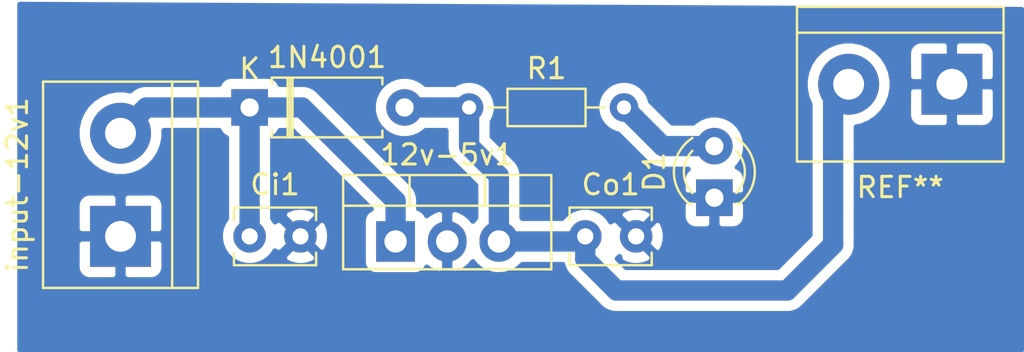
<source format=kicad_pcb>
(kicad_pcb (version 20171130) (host pcbnew "(5.1.5)-3")

  (general
    (thickness 1.6)
    (drawings 0)
    (tracks 22)
    (zones 0)
    (modules 8)
    (nets 5)
  )

  (page A4)
  (layers
    (0 F.Cu signal)
    (31 B.Cu signal)
    (32 B.Adhes user)
    (33 F.Adhes user)
    (34 B.Paste user)
    (35 F.Paste user)
    (36 B.SilkS user)
    (37 F.SilkS user)
    (38 B.Mask user)
    (39 F.Mask user)
    (40 Dwgs.User user)
    (41 Cmts.User user)
    (42 Eco1.User user)
    (43 Eco2.User user)
    (44 Edge.Cuts user)
    (45 Margin user)
    (46 B.CrtYd user)
    (47 F.CrtYd user)
    (48 B.Fab user)
    (49 F.Fab user)
  )

  (setup
    (last_trace_width 0.25)
    (user_trace_width 1)
    (trace_clearance 0.2)
    (zone_clearance 0.508)
    (zone_45_only no)
    (trace_min 0.2)
    (via_size 0.8)
    (via_drill 0.4)
    (via_min_size 0.4)
    (via_min_drill 0.3)
    (uvia_size 0.3)
    (uvia_drill 0.1)
    (uvias_allowed no)
    (uvia_min_size 0.2)
    (uvia_min_drill 0.1)
    (edge_width 0.05)
    (segment_width 0.2)
    (pcb_text_width 0.3)
    (pcb_text_size 1.5 1.5)
    (mod_edge_width 0.12)
    (mod_text_size 1 1)
    (mod_text_width 0.15)
    (pad_size 1.6 1.6)
    (pad_drill 0.92)
    (pad_to_mask_clearance 0.051)
    (solder_mask_min_width 0.25)
    (aux_axis_origin 0 0)
    (visible_elements 7FFFFFFF)
    (pcbplotparams
      (layerselection 0x010fc_ffffffff)
      (usegerberextensions false)
      (usegerberattributes false)
      (usegerberadvancedattributes false)
      (creategerberjobfile false)
      (excludeedgelayer true)
      (linewidth 0.100000)
      (plotframeref false)
      (viasonmask false)
      (mode 1)
      (useauxorigin false)
      (hpglpennumber 1)
      (hpglpenspeed 20)
      (hpglpendiameter 15.000000)
      (psnegative false)
      (psa4output false)
      (plotreference true)
      (plotvalue true)
      (plotinvisibletext false)
      (padsonsilk false)
      (subtractmaskfromsilk false)
      (outputformat 1)
      (mirror false)
      (drillshape 1)
      (scaleselection 1)
      (outputdirectory ""))
  )

  (net 0 "")
  (net 1 "Net-(12v-5v1-Pad3)")
  (net 2 GND)
  (net 3 "Net-(12v-5v1-Pad1)")
  (net 4 "Net-(D1-Pad2)")

  (net_class Default "Esta es la clase de red por defecto."
    (clearance 0.2)
    (trace_width 0.25)
    (via_dia 0.8)
    (via_drill 0.4)
    (uvia_dia 0.3)
    (uvia_drill 0.1)
    (add_net GND)
    (add_net "Net-(12v-5v1-Pad1)")
    (add_net "Net-(12v-5v1-Pad3)")
    (add_net "Net-(D1-Pad2)")
  )

  (module TerminalBlock:TerminalBlock_bornier-2_P5.08mm (layer F.Cu) (tedit 5EFA0EA4) (tstamp 5EFA7123)
    (at 124.714 68.072 180)
    (descr "simple 2-pin terminal block, pitch 5.08mm, revamped version of bornier2")
    (tags "terminal block bornier2")
    (fp_text reference REF** (at 2.54 -5.08) (layer F.SilkS)
      (effects (font (size 1 1) (thickness 0.15)))
    )
    (fp_text value TerminalBlock_bornier-2_P5.08mm (at 10.414 3.302) (layer F.Fab)
      (effects (font (size 1 1) (thickness 0.15)))
    )
    (fp_line (start 7.79 4) (end -2.71 4) (layer F.CrtYd) (width 0.05))
    (fp_line (start 7.79 4) (end 7.79 -4) (layer F.CrtYd) (width 0.05))
    (fp_line (start -2.71 -4) (end -2.71 4) (layer F.CrtYd) (width 0.05))
    (fp_line (start -2.71 -4) (end 7.79 -4) (layer F.CrtYd) (width 0.05))
    (fp_line (start -2.54 3.81) (end 7.62 3.81) (layer F.SilkS) (width 0.12))
    (fp_line (start -2.54 -3.81) (end -2.54 3.81) (layer F.SilkS) (width 0.12))
    (fp_line (start 7.62 -3.81) (end -2.54 -3.81) (layer F.SilkS) (width 0.12))
    (fp_line (start 7.62 3.81) (end 7.62 -3.81) (layer F.SilkS) (width 0.12))
    (fp_line (start 7.62 2.54) (end -2.54 2.54) (layer F.SilkS) (width 0.12))
    (fp_line (start 7.54 -3.75) (end -2.46 -3.75) (layer F.Fab) (width 0.1))
    (fp_line (start 7.54 3.75) (end 7.54 -3.75) (layer F.Fab) (width 0.1))
    (fp_line (start -2.46 3.75) (end 7.54 3.75) (layer F.Fab) (width 0.1))
    (fp_line (start -2.46 -3.75) (end -2.46 3.75) (layer F.Fab) (width 0.1))
    (fp_line (start -2.41 2.55) (end 7.49 2.55) (layer F.Fab) (width 0.1))
    (fp_text user %R (at 2.54 0) (layer F.Fab)
      (effects (font (size 1 1) (thickness 0.15)))
    )
    (pad 2 thru_hole circle (at 5.08 0 180) (size 3 3) (drill 1.52) (layers *.Cu *.Mask)
      (net 1 "Net-(12v-5v1-Pad3)"))
    (pad 1 thru_hole rect (at 0 0 180) (size 3 3) (drill 1.52) (layers *.Cu *.Mask)
      (net 2 GND))
    (model ${KISYS3DMOD}/TerminalBlock.3dshapes/TerminalBlock_bornier-2_P5.08mm.wrl
      (offset (xyz 2.539999961853027 0 0))
      (scale (xyz 1 1 1))
      (rotate (xyz 0 0 0))
    )
  )

  (module Capacitor_THT:C_Disc_D3.8mm_W2.6mm_P2.50mm (layer F.Cu) (tedit 5AE50EF0) (tstamp 5DCAF9E4)
    (at 90.17 75.565)
    (descr "C, Disc series, Radial, pin pitch=2.50mm, , diameter*width=3.8*2.6mm^2, Capacitor, http://www.vishay.com/docs/45233/krseries.pdf")
    (tags "C Disc series Radial pin pitch 2.50mm  diameter 3.8mm width 2.6mm Capacitor")
    (path /5DCAA16A)
    (fp_text reference Ci1 (at 1.25 -2.55) (layer F.SilkS)
      (effects (font (size 1 1) (thickness 0.15)))
    )
    (fp_text value 330n (at 1.25 2.55) (layer F.Fab)
      (effects (font (size 1 1) (thickness 0.15)))
    )
    (fp_text user %R (at 1.25 0) (layer F.Fab)
      (effects (font (size 0.76 0.76) (thickness 0.114)))
    )
    (fp_line (start 3.55 -1.55) (end -1.05 -1.55) (layer F.CrtYd) (width 0.05))
    (fp_line (start 3.55 1.55) (end 3.55 -1.55) (layer F.CrtYd) (width 0.05))
    (fp_line (start -1.05 1.55) (end 3.55 1.55) (layer F.CrtYd) (width 0.05))
    (fp_line (start -1.05 -1.55) (end -1.05 1.55) (layer F.CrtYd) (width 0.05))
    (fp_line (start 3.27 0.795) (end 3.27 1.42) (layer F.SilkS) (width 0.12))
    (fp_line (start 3.27 -1.42) (end 3.27 -0.795) (layer F.SilkS) (width 0.12))
    (fp_line (start -0.77 0.795) (end -0.77 1.42) (layer F.SilkS) (width 0.12))
    (fp_line (start -0.77 -1.42) (end -0.77 -0.795) (layer F.SilkS) (width 0.12))
    (fp_line (start -0.77 1.42) (end 3.27 1.42) (layer F.SilkS) (width 0.12))
    (fp_line (start -0.77 -1.42) (end 3.27 -1.42) (layer F.SilkS) (width 0.12))
    (fp_line (start 3.15 -1.3) (end -0.65 -1.3) (layer F.Fab) (width 0.1))
    (fp_line (start 3.15 1.3) (end 3.15 -1.3) (layer F.Fab) (width 0.1))
    (fp_line (start -0.65 1.3) (end 3.15 1.3) (layer F.Fab) (width 0.1))
    (fp_line (start -0.65 -1.3) (end -0.65 1.3) (layer F.Fab) (width 0.1))
    (pad 2 thru_hole circle (at 2.5 0) (size 1.6 1.6) (drill 0.8) (layers *.Cu *.Mask)
      (net 2 GND))
    (pad 1 thru_hole circle (at 0 0) (size 1.6 1.6) (drill 0.8) (layers *.Cu *.Mask)
      (net 3 "Net-(12v-5v1-Pad1)"))
    (model ${KISYS3DMOD}/Capacitor_THT.3dshapes/C_Disc_D3.8mm_W2.6mm_P2.50mm.wrl
      (at (xyz 0 0 0))
      (scale (xyz 1 1 1))
      (rotate (xyz 0 0 0))
    )
  )

  (module Package_TO_SOT_THT:TO-220-3_Vertical (layer F.Cu) (tedit 5AC8BA0D) (tstamp 5DCAF9B6)
    (at 97.350001 75.815001)
    (descr "TO-220-3, Vertical, RM 2.54mm, see https://www.vishay.com/docs/66542/to-220-1.pdf")
    (tags "TO-220-3 Vertical RM 2.54mm")
    (path /5DCA912E)
    (fp_text reference 12v-5v1 (at 2.54 -4.27) (layer F.SilkS)
      (effects (font (size 1 1) (thickness 0.15)))
    )
    (fp_text value LM7805_TO220 (at 2.54 2.5) (layer F.Fab)
      (effects (font (size 1 1) (thickness 0.15)))
    )
    (fp_text user %R (at 2.54 -4.27) (layer F.Fab)
      (effects (font (size 1 1) (thickness 0.15)))
    )
    (fp_line (start 7.79 -3.4) (end -2.71 -3.4) (layer F.CrtYd) (width 0.05))
    (fp_line (start 7.79 1.51) (end 7.79 -3.4) (layer F.CrtYd) (width 0.05))
    (fp_line (start -2.71 1.51) (end 7.79 1.51) (layer F.CrtYd) (width 0.05))
    (fp_line (start -2.71 -3.4) (end -2.71 1.51) (layer F.CrtYd) (width 0.05))
    (fp_line (start 4.391 -3.27) (end 4.391 -1.76) (layer F.SilkS) (width 0.12))
    (fp_line (start 0.69 -3.27) (end 0.69 -1.76) (layer F.SilkS) (width 0.12))
    (fp_line (start -2.58 -1.76) (end 7.66 -1.76) (layer F.SilkS) (width 0.12))
    (fp_line (start 7.66 -3.27) (end 7.66 1.371) (layer F.SilkS) (width 0.12))
    (fp_line (start -2.58 -3.27) (end -2.58 1.371) (layer F.SilkS) (width 0.12))
    (fp_line (start -2.58 1.371) (end 7.66 1.371) (layer F.SilkS) (width 0.12))
    (fp_line (start -2.58 -3.27) (end 7.66 -3.27) (layer F.SilkS) (width 0.12))
    (fp_line (start 4.39 -3.15) (end 4.39 -1.88) (layer F.Fab) (width 0.1))
    (fp_line (start 0.69 -3.15) (end 0.69 -1.88) (layer F.Fab) (width 0.1))
    (fp_line (start -2.46 -1.88) (end 7.54 -1.88) (layer F.Fab) (width 0.1))
    (fp_line (start 7.54 -3.15) (end -2.46 -3.15) (layer F.Fab) (width 0.1))
    (fp_line (start 7.54 1.25) (end 7.54 -3.15) (layer F.Fab) (width 0.1))
    (fp_line (start -2.46 1.25) (end 7.54 1.25) (layer F.Fab) (width 0.1))
    (fp_line (start -2.46 -3.15) (end -2.46 1.25) (layer F.Fab) (width 0.1))
    (pad 3 thru_hole oval (at 5.08 0) (size 1.905 2) (drill 1.1) (layers *.Cu *.Mask)
      (net 1 "Net-(12v-5v1-Pad3)"))
    (pad 2 thru_hole oval (at 2.54 0) (size 1.905 2) (drill 1.1) (layers *.Cu *.Mask)
      (net 2 GND))
    (pad 1 thru_hole rect (at 0 0) (size 1.905 2) (drill 1.1) (layers *.Cu *.Mask)
      (net 3 "Net-(12v-5v1-Pad1)"))
    (model ${KISYS3DMOD}/Package_TO_SOT_THT.3dshapes/TO-220-3_Vertical.wrl
      (at (xyz 0 0 0))
      (scale (xyz 1 1 1))
      (rotate (xyz 0 0 0))
    )
  )

  (module LED_THT:LED_D3.0mm (layer F.Cu) (tedit 587A3A7B) (tstamp 5DCAF9A4)
    (at 113.03 73.66 90)
    (descr "LED, diameter 3.0mm, 2 pins")
    (tags "LED diameter 3.0mm 2 pins")
    (path /5DCB1474)
    (fp_text reference D1 (at 1.27 -2.96 90) (layer F.SilkS)
      (effects (font (size 1 1) (thickness 0.15)))
    )
    (fp_text value LED (at 1.27 2.96 90) (layer F.Fab)
      (effects (font (size 1 1) (thickness 0.15)))
    )
    (fp_line (start 3.7 -2.25) (end -1.15 -2.25) (layer F.CrtYd) (width 0.05))
    (fp_line (start 3.7 2.25) (end 3.7 -2.25) (layer F.CrtYd) (width 0.05))
    (fp_line (start -1.15 2.25) (end 3.7 2.25) (layer F.CrtYd) (width 0.05))
    (fp_line (start -1.15 -2.25) (end -1.15 2.25) (layer F.CrtYd) (width 0.05))
    (fp_line (start -0.29 1.08) (end -0.29 1.236) (layer F.SilkS) (width 0.12))
    (fp_line (start -0.29 -1.236) (end -0.29 -1.08) (layer F.SilkS) (width 0.12))
    (fp_line (start -0.23 -1.16619) (end -0.23 1.16619) (layer F.Fab) (width 0.1))
    (fp_circle (center 1.27 0) (end 2.77 0) (layer F.Fab) (width 0.1))
    (fp_arc (start 1.27 0) (end 0.229039 1.08) (angle -87.9) (layer F.SilkS) (width 0.12))
    (fp_arc (start 1.27 0) (end 0.229039 -1.08) (angle 87.9) (layer F.SilkS) (width 0.12))
    (fp_arc (start 1.27 0) (end -0.29 1.235516) (angle -108.8) (layer F.SilkS) (width 0.12))
    (fp_arc (start 1.27 0) (end -0.29 -1.235516) (angle 108.8) (layer F.SilkS) (width 0.12))
    (fp_arc (start 1.27 0) (end -0.23 -1.16619) (angle 284.3) (layer F.Fab) (width 0.1))
    (pad 2 thru_hole circle (at 2.54 0 90) (size 1.8 1.8) (drill 0.9) (layers *.Cu *.Mask)
      (net 4 "Net-(D1-Pad2)"))
    (pad 1 thru_hole rect (at 0 0 90) (size 1.8 1.8) (drill 0.9) (layers *.Cu *.Mask)
      (net 2 GND))
    (model ${KISYS3DMOD}/LED_THT.3dshapes/LED_D3.0mm.wrl
      (at (xyz 0 0 0))
      (scale (xyz 1 1 1))
      (rotate (xyz 0 0 0))
    )
  )

  (module Diode_THT:D_A-405_P7.62mm_Horizontal (layer F.Cu) (tedit 5AE50CD5) (tstamp 5DCAF986)
    (at 90.17 69.215)
    (descr "Diode, A-405 series, Axial, Horizontal, pin pitch=7.62mm, , length*diameter=5.2*2.7mm^2, , http://www.diodes.com/_files/packages/A-405.pdf")
    (tags "Diode A-405 series Axial Horizontal pin pitch 7.62mm  length 5.2mm diameter 2.7mm")
    (path /5DCAB4F4)
    (fp_text reference 1N4001 (at 3.81 -2.47) (layer F.SilkS)
      (effects (font (size 1 1) (thickness 0.15)))
    )
    (fp_text value D (at 3.81 2.47) (layer F.Fab)
      (effects (font (size 1 1) (thickness 0.15)))
    )
    (fp_text user K (at 0 -1.9) (layer F.SilkS)
      (effects (font (size 1 1) (thickness 0.15)))
    )
    (fp_text user K (at 0 -1.9) (layer F.Fab)
      (effects (font (size 1 1) (thickness 0.15)))
    )
    (fp_text user %R (at 4.2 0) (layer F.Fab)
      (effects (font (size 1 1) (thickness 0.15)))
    )
    (fp_line (start 8.77 -1.6) (end -1.15 -1.6) (layer F.CrtYd) (width 0.05))
    (fp_line (start 8.77 1.6) (end 8.77 -1.6) (layer F.CrtYd) (width 0.05))
    (fp_line (start -1.15 1.6) (end 8.77 1.6) (layer F.CrtYd) (width 0.05))
    (fp_line (start -1.15 -1.6) (end -1.15 1.6) (layer F.CrtYd) (width 0.05))
    (fp_line (start 1.87 -1.47) (end 1.87 1.47) (layer F.SilkS) (width 0.12))
    (fp_line (start 2.11 -1.47) (end 2.11 1.47) (layer F.SilkS) (width 0.12))
    (fp_line (start 1.99 -1.47) (end 1.99 1.47) (layer F.SilkS) (width 0.12))
    (fp_line (start 6.53 1.47) (end 6.53 1.14) (layer F.SilkS) (width 0.12))
    (fp_line (start 1.09 1.47) (end 6.53 1.47) (layer F.SilkS) (width 0.12))
    (fp_line (start 1.09 1.14) (end 1.09 1.47) (layer F.SilkS) (width 0.12))
    (fp_line (start 6.53 -1.47) (end 6.53 -1.14) (layer F.SilkS) (width 0.12))
    (fp_line (start 1.09 -1.47) (end 6.53 -1.47) (layer F.SilkS) (width 0.12))
    (fp_line (start 1.09 -1.14) (end 1.09 -1.47) (layer F.SilkS) (width 0.12))
    (fp_line (start 1.89 -1.35) (end 1.89 1.35) (layer F.Fab) (width 0.1))
    (fp_line (start 2.09 -1.35) (end 2.09 1.35) (layer F.Fab) (width 0.1))
    (fp_line (start 1.99 -1.35) (end 1.99 1.35) (layer F.Fab) (width 0.1))
    (fp_line (start 7.62 0) (end 6.41 0) (layer F.Fab) (width 0.1))
    (fp_line (start 0 0) (end 1.21 0) (layer F.Fab) (width 0.1))
    (fp_line (start 6.41 -1.35) (end 1.21 -1.35) (layer F.Fab) (width 0.1))
    (fp_line (start 6.41 1.35) (end 6.41 -1.35) (layer F.Fab) (width 0.1))
    (fp_line (start 1.21 1.35) (end 6.41 1.35) (layer F.Fab) (width 0.1))
    (fp_line (start 1.21 -1.35) (end 1.21 1.35) (layer F.Fab) (width 0.1))
    (pad 2 thru_hole oval (at 7.62 0) (size 1.8 1.8) (drill 0.9) (layers *.Cu *.Mask)
      (net 1 "Net-(12v-5v1-Pad3)"))
    (pad 1 thru_hole rect (at 0 0) (size 1.8 1.8) (drill 0.9) (layers *.Cu *.Mask)
      (net 3 "Net-(12v-5v1-Pad1)"))
    (model ${KISYS3DMOD}/Diode_THT.3dshapes/D_A-405_P7.62mm_Horizontal.wrl
      (at (xyz 0 0 0))
      (scale (xyz 1 1 1))
      (rotate (xyz 0 0 0))
    )
  )

  (module Capacitor_THT:C_Disc_D3.8mm_W2.6mm_P2.50mm (layer F.Cu) (tedit 5AE50EF0) (tstamp 5DCAF972)
    (at 106.68 75.565)
    (descr "C, Disc series, Radial, pin pitch=2.50mm, , diameter*width=3.8*2.6mm^2, Capacitor, http://www.vishay.com/docs/45233/krseries.pdf")
    (tags "C Disc series Radial pin pitch 2.50mm  diameter 3.8mm width 2.6mm Capacitor")
    (path /5DCAAE50)
    (fp_text reference Co1 (at 1.25 -2.55) (layer F.SilkS)
      (effects (font (size 1 1) (thickness 0.15)))
    )
    (fp_text value 100n (at 1.25 2.55) (layer F.Fab)
      (effects (font (size 1 1) (thickness 0.15)))
    )
    (fp_text user %R (at 1.25 0) (layer F.Fab)
      (effects (font (size 0.76 0.76) (thickness 0.114)))
    )
    (fp_line (start 3.55 -1.55) (end -1.05 -1.55) (layer F.CrtYd) (width 0.05))
    (fp_line (start 3.55 1.55) (end 3.55 -1.55) (layer F.CrtYd) (width 0.05))
    (fp_line (start -1.05 1.55) (end 3.55 1.55) (layer F.CrtYd) (width 0.05))
    (fp_line (start -1.05 -1.55) (end -1.05 1.55) (layer F.CrtYd) (width 0.05))
    (fp_line (start 3.27 0.795) (end 3.27 1.42) (layer F.SilkS) (width 0.12))
    (fp_line (start 3.27 -1.42) (end 3.27 -0.795) (layer F.SilkS) (width 0.12))
    (fp_line (start -0.77 0.795) (end -0.77 1.42) (layer F.SilkS) (width 0.12))
    (fp_line (start -0.77 -1.42) (end -0.77 -0.795) (layer F.SilkS) (width 0.12))
    (fp_line (start -0.77 1.42) (end 3.27 1.42) (layer F.SilkS) (width 0.12))
    (fp_line (start -0.77 -1.42) (end 3.27 -1.42) (layer F.SilkS) (width 0.12))
    (fp_line (start 3.15 -1.3) (end -0.65 -1.3) (layer F.Fab) (width 0.1))
    (fp_line (start 3.15 1.3) (end 3.15 -1.3) (layer F.Fab) (width 0.1))
    (fp_line (start -0.65 1.3) (end 3.15 1.3) (layer F.Fab) (width 0.1))
    (fp_line (start -0.65 -1.3) (end -0.65 1.3) (layer F.Fab) (width 0.1))
    (pad 2 thru_hole circle (at 2.5 0) (size 1.6 1.6) (drill 0.8) (layers *.Cu *.Mask)
      (net 2 GND))
    (pad 1 thru_hole circle (at 0 0) (size 1.6 1.6) (drill 0.8) (layers *.Cu *.Mask)
      (net 1 "Net-(12v-5v1-Pad3)"))
    (model ${KISYS3DMOD}/Capacitor_THT.3dshapes/C_Disc_D3.8mm_W2.6mm_P2.50mm.wrl
      (at (xyz 0 0 0))
      (scale (xyz 1 1 1))
      (rotate (xyz 0 0 0))
    )
  )

  (module Resistor_THT:R_Axial_DIN0204_L3.6mm_D1.6mm_P7.62mm_Horizontal (layer F.Cu) (tedit 5AE5139B) (tstamp 5DCAF95C)
    (at 100.965 69.215)
    (descr "Resistor, Axial_DIN0204 series, Axial, Horizontal, pin pitch=7.62mm, 0.167W, length*diameter=3.6*1.6mm^2, http://cdn-reichelt.de/documents/datenblatt/B400/1_4W%23YAG.pdf")
    (tags "Resistor Axial_DIN0204 series Axial Horizontal pin pitch 7.62mm 0.167W length 3.6mm diameter 1.6mm")
    (path /5DCB0AEF)
    (fp_text reference R1 (at 3.81 -1.92) (layer F.SilkS)
      (effects (font (size 1 1) (thickness 0.15)))
    )
    (fp_text value 1K (at 3.81 1.92) (layer F.Fab)
      (effects (font (size 1 1) (thickness 0.15)))
    )
    (fp_text user %R (at 3.81 0) (layer F.Fab)
      (effects (font (size 0.72 0.72) (thickness 0.108)))
    )
    (fp_line (start 8.57 -1.05) (end -0.95 -1.05) (layer F.CrtYd) (width 0.05))
    (fp_line (start 8.57 1.05) (end 8.57 -1.05) (layer F.CrtYd) (width 0.05))
    (fp_line (start -0.95 1.05) (end 8.57 1.05) (layer F.CrtYd) (width 0.05))
    (fp_line (start -0.95 -1.05) (end -0.95 1.05) (layer F.CrtYd) (width 0.05))
    (fp_line (start 6.68 0) (end 5.73 0) (layer F.SilkS) (width 0.12))
    (fp_line (start 0.94 0) (end 1.89 0) (layer F.SilkS) (width 0.12))
    (fp_line (start 5.73 -0.92) (end 1.89 -0.92) (layer F.SilkS) (width 0.12))
    (fp_line (start 5.73 0.92) (end 5.73 -0.92) (layer F.SilkS) (width 0.12))
    (fp_line (start 1.89 0.92) (end 5.73 0.92) (layer F.SilkS) (width 0.12))
    (fp_line (start 1.89 -0.92) (end 1.89 0.92) (layer F.SilkS) (width 0.12))
    (fp_line (start 7.62 0) (end 5.61 0) (layer F.Fab) (width 0.1))
    (fp_line (start 0 0) (end 2.01 0) (layer F.Fab) (width 0.1))
    (fp_line (start 5.61 -0.8) (end 2.01 -0.8) (layer F.Fab) (width 0.1))
    (fp_line (start 5.61 0.8) (end 5.61 -0.8) (layer F.Fab) (width 0.1))
    (fp_line (start 2.01 0.8) (end 5.61 0.8) (layer F.Fab) (width 0.1))
    (fp_line (start 2.01 -0.8) (end 2.01 0.8) (layer F.Fab) (width 0.1))
    (pad 2 thru_hole oval (at 7.62 0) (size 1.4 1.4) (drill 0.7) (layers *.Cu *.Mask)
      (net 4 "Net-(D1-Pad2)"))
    (pad 1 thru_hole circle (at 0 0) (size 1.4 1.4) (drill 0.7) (layers *.Cu *.Mask)
      (net 1 "Net-(12v-5v1-Pad3)"))
    (model ${KISYS3DMOD}/Resistor_THT.3dshapes/R_Axial_DIN0204_L3.6mm_D1.6mm_P7.62mm_Horizontal.wrl
      (at (xyz 0 0 0))
      (scale (xyz 1 1 1))
      (rotate (xyz 0 0 0))
    )
  )

  (module TerminalBlock:TerminalBlock_bornier-2_P5.08mm (layer F.Cu) (tedit 59FF03AB) (tstamp 5DCAF948)
    (at 83.82 75.565 90)
    (descr "simple 2-pin terminal block, pitch 5.08mm, revamped version of bornier2")
    (tags "terminal block bornier2")
    (path /5DCAD1DF)
    (fp_text reference input-12v1 (at 2.54 -5.08 90) (layer F.SilkS)
      (effects (font (size 1 1) (thickness 0.15)))
    )
    (fp_text value 12v (at 2.54 5.08 90) (layer F.Fab)
      (effects (font (size 1 1) (thickness 0.15)))
    )
    (fp_line (start 7.79 4) (end -2.71 4) (layer F.CrtYd) (width 0.05))
    (fp_line (start 7.79 4) (end 7.79 -4) (layer F.CrtYd) (width 0.05))
    (fp_line (start -2.71 -4) (end -2.71 4) (layer F.CrtYd) (width 0.05))
    (fp_line (start -2.71 -4) (end 7.79 -4) (layer F.CrtYd) (width 0.05))
    (fp_line (start -2.54 3.81) (end 7.62 3.81) (layer F.SilkS) (width 0.12))
    (fp_line (start -2.54 -3.81) (end -2.54 3.81) (layer F.SilkS) (width 0.12))
    (fp_line (start 7.62 -3.81) (end -2.54 -3.81) (layer F.SilkS) (width 0.12))
    (fp_line (start 7.62 3.81) (end 7.62 -3.81) (layer F.SilkS) (width 0.12))
    (fp_line (start 7.62 2.54) (end -2.54 2.54) (layer F.SilkS) (width 0.12))
    (fp_line (start 7.54 -3.75) (end -2.46 -3.75) (layer F.Fab) (width 0.1))
    (fp_line (start 7.54 3.75) (end 7.54 -3.75) (layer F.Fab) (width 0.1))
    (fp_line (start -2.46 3.75) (end 7.54 3.75) (layer F.Fab) (width 0.1))
    (fp_line (start -2.46 -3.75) (end -2.46 3.75) (layer F.Fab) (width 0.1))
    (fp_line (start -2.41 2.55) (end 7.49 2.55) (layer F.Fab) (width 0.1))
    (fp_text user %R (at 2.54 0 90) (layer F.Fab)
      (effects (font (size 1 1) (thickness 0.15)))
    )
    (pad 2 thru_hole circle (at 5.08 0 90) (size 3 3) (drill 1.52) (layers *.Cu *.Mask)
      (net 3 "Net-(12v-5v1-Pad1)"))
    (pad 1 thru_hole rect (at 0 0 90) (size 3 3) (drill 1.52) (layers *.Cu *.Mask)
      (net 2 GND))
    (model ${KISYS3DMOD}/TerminalBlock.3dshapes/TerminalBlock_bornier-2_P5.08mm.wrl
      (offset (xyz 2.539999961853027 0 0))
      (scale (xyz 1 1 1))
      (rotate (xyz 0 0 0))
    )
  )

  (segment (start 97.79 69.215) (end 100.965 69.215) (width 1) (layer B.Cu) (net 1) (tstamp 5DCAFA0A))
  (segment (start 102.430001 72.585001) (end 102.430001 75.815001) (width 1) (layer B.Cu) (net 1) (tstamp 5DCAFA0C))
  (segment (start 106.429999 75.815001) (end 106.68 75.565) (width 1) (layer B.Cu) (net 1) (tstamp 5DCAFA10))
  (segment (start 100.965 69.215) (end 100.965 71.12) (width 1) (layer B.Cu) (net 1) (tstamp 5DCAFA11))
  (segment (start 100.965 71.12) (end 102.430001 72.585001) (width 1) (layer B.Cu) (net 1) (tstamp 5DCAFA12))
  (segment (start 102.430001 75.815001) (end 106.429999 75.815001) (width 1) (layer B.Cu) (net 1) (tstamp 5DCAFA17))
  (segment (start 116.608 78.232) (end 118.872 75.968) (width 1) (layer B.Cu) (net 1))
  (segment (start 108.21563 78.232) (end 116.608 78.232) (width 1) (layer B.Cu) (net 1))
  (segment (start 118.872 75.968) (end 118.872 74.168) (width 1) (layer B.Cu) (net 1))
  (segment (start 106.68 75.565) (end 106.68 76.69637) (width 1) (layer B.Cu) (net 1))
  (segment (start 106.68 76.69637) (end 108.21563 78.232) (width 1) (layer B.Cu) (net 1))
  (segment (start 118.872 68.834) (end 119.634 68.072) (width 1) (layer B.Cu) (net 1))
  (segment (start 118.872 74.168) (end 118.872 68.834) (width 1) (layer B.Cu) (net 1))
  (segment (start 90.17 69.215) (end 85.09 69.215) (width 1) (layer B.Cu) (net 3) (tstamp 5DCAFA07))
  (segment (start 92.75 69.215) (end 92.07 69.215) (width 1) (layer B.Cu) (net 3) (tstamp 5DCAFA08))
  (segment (start 92.07 69.215) (end 90.17 69.215) (width 1) (layer B.Cu) (net 3) (tstamp 5DCAFA09))
  (segment (start 85.09 69.215) (end 83.82 70.485) (width 1) (layer B.Cu) (net 3) (tstamp 5DCAFA0F))
  (segment (start 97.350001 75.815001) (end 97.350001 73.815001) (width 1) (layer B.Cu) (net 3) (tstamp 5DCAFA13))
  (segment (start 90.17 75.565) (end 90.17 69.215) (width 1) (layer B.Cu) (net 3) (tstamp 5DCAFA14))
  (segment (start 97.350001 73.815001) (end 92.75 69.215) (width 1) (layer B.Cu) (net 3) (tstamp 5DCAFA19))
  (segment (start 110.49 71.12) (end 108.585 69.215) (width 1) (layer B.Cu) (net 4) (tstamp 5DCAFA16))
  (segment (start 113.03 71.12) (end 110.49 71.12) (width 1) (layer B.Cu) (net 4) (tstamp 5DCAFA18))

  (zone (net 2) (net_name GND) (layer B.Cu) (tstamp 5EFA7188) (hatch edge 0.508)
    (connect_pads (clearance 0.508))
    (min_thickness 0.254)
    (fill yes (arc_segments 32) (thermal_gap 0.508) (thermal_bridge_width 0.508))
    (polygon
      (pts
        (xy 78.74 64.008) (xy 128.27 64.262) (xy 128.27 81.28) (xy 78.74 81.28)
      )
    )
    (filled_polygon
      (pts
        (xy 128.143 64.38835) (xy 128.143 81.153) (xy 78.867 81.153) (xy 78.867 77.065) (xy 81.681928 77.065)
        (xy 81.694188 77.189482) (xy 81.730498 77.30918) (xy 81.789463 77.419494) (xy 81.868815 77.516185) (xy 81.965506 77.595537)
        (xy 82.07582 77.654502) (xy 82.195518 77.690812) (xy 82.32 77.703072) (xy 83.53425 77.7) (xy 83.693 77.54125)
        (xy 83.693 75.692) (xy 83.947 75.692) (xy 83.947 77.54125) (xy 84.10575 77.7) (xy 85.32 77.703072)
        (xy 85.444482 77.690812) (xy 85.56418 77.654502) (xy 85.674494 77.595537) (xy 85.771185 77.516185) (xy 85.850537 77.419494)
        (xy 85.909502 77.30918) (xy 85.945812 77.189482) (xy 85.958072 77.065) (xy 85.955 75.85075) (xy 85.79625 75.692)
        (xy 83.947 75.692) (xy 83.693 75.692) (xy 81.84375 75.692) (xy 81.685 75.85075) (xy 81.681928 77.065)
        (xy 78.867 77.065) (xy 78.867 74.065) (xy 81.681928 74.065) (xy 81.685 75.27925) (xy 81.84375 75.438)
        (xy 83.693 75.438) (xy 83.693 73.58875) (xy 83.947 73.58875) (xy 83.947 75.438) (xy 85.79625 75.438)
        (xy 85.955 75.27925) (xy 85.958072 74.065) (xy 85.945812 73.940518) (xy 85.909502 73.82082) (xy 85.850537 73.710506)
        (xy 85.771185 73.613815) (xy 85.674494 73.534463) (xy 85.56418 73.475498) (xy 85.444482 73.439188) (xy 85.32 73.426928)
        (xy 84.10575 73.43) (xy 83.947 73.58875) (xy 83.693 73.58875) (xy 83.53425 73.43) (xy 82.32 73.426928)
        (xy 82.195518 73.439188) (xy 82.07582 73.475498) (xy 81.965506 73.534463) (xy 81.868815 73.613815) (xy 81.789463 73.710506)
        (xy 81.730498 73.82082) (xy 81.694188 73.940518) (xy 81.681928 74.065) (xy 78.867 74.065) (xy 78.867 70.274721)
        (xy 81.685 70.274721) (xy 81.685 70.695279) (xy 81.767047 71.107756) (xy 81.927988 71.496302) (xy 82.161637 71.845983)
        (xy 82.459017 72.143363) (xy 82.808698 72.377012) (xy 83.197244 72.537953) (xy 83.609721 72.62) (xy 84.030279 72.62)
        (xy 84.442756 72.537953) (xy 84.831302 72.377012) (xy 85.180983 72.143363) (xy 85.478363 71.845983) (xy 85.712012 71.496302)
        (xy 85.872953 71.107756) (xy 85.955 70.695279) (xy 85.955 70.35) (xy 88.677713 70.35) (xy 88.680498 70.35918)
        (xy 88.739463 70.469494) (xy 88.818815 70.566185) (xy 88.915506 70.645537) (xy 89.02582 70.704502) (xy 89.035001 70.707287)
        (xy 89.035 74.680716) (xy 88.89832 74.885273) (xy 88.790147 75.146426) (xy 88.735 75.423665) (xy 88.735 75.706335)
        (xy 88.790147 75.983574) (xy 88.89832 76.244727) (xy 89.055363 76.479759) (xy 89.255241 76.679637) (xy 89.490273 76.83668)
        (xy 89.751426 76.944853) (xy 90.028665 77) (xy 90.311335 77) (xy 90.588574 76.944853) (xy 90.849727 76.83668)
        (xy 91.084759 76.679637) (xy 91.206694 76.557702) (xy 91.856903 76.557702) (xy 91.928486 76.801671) (xy 92.183996 76.922571)
        (xy 92.458184 76.9913) (xy 92.740512 77.005217) (xy 93.02013 76.963787) (xy 93.286292 76.868603) (xy 93.411514 76.801671)
        (xy 93.483097 76.557702) (xy 92.67 75.744605) (xy 91.856903 76.557702) (xy 91.206694 76.557702) (xy 91.284637 76.479759)
        (xy 91.418692 76.279131) (xy 91.433329 76.306514) (xy 91.677298 76.378097) (xy 92.490395 75.565) (xy 92.849605 75.565)
        (xy 93.662702 76.378097) (xy 93.906671 76.306514) (xy 94.027571 76.051004) (xy 94.0963 75.776816) (xy 94.110217 75.494488)
        (xy 94.068787 75.21487) (xy 93.973603 74.948708) (xy 93.906671 74.823486) (xy 93.662702 74.751903) (xy 92.849605 75.565)
        (xy 92.490395 75.565) (xy 91.677298 74.751903) (xy 91.433329 74.823486) (xy 91.419676 74.852341) (xy 91.305 74.680716)
        (xy 91.305 74.572298) (xy 91.856903 74.572298) (xy 92.67 75.385395) (xy 93.483097 74.572298) (xy 93.411514 74.328329)
        (xy 93.156004 74.207429) (xy 92.881816 74.1387) (xy 92.599488 74.124783) (xy 92.31987 74.166213) (xy 92.053708 74.261397)
        (xy 91.928486 74.328329) (xy 91.856903 74.572298) (xy 91.305 74.572298) (xy 91.305 70.707287) (xy 91.31418 70.704502)
        (xy 91.424494 70.645537) (xy 91.521185 70.566185) (xy 91.600537 70.469494) (xy 91.659502 70.35918) (xy 91.662287 70.35)
        (xy 92.279869 70.35) (xy 96.154891 74.225023) (xy 96.153321 74.225499) (xy 96.043007 74.284464) (xy 95.946316 74.363816)
        (xy 95.866964 74.460507) (xy 95.807999 74.570821) (xy 95.771689 74.690519) (xy 95.759429 74.815001) (xy 95.759429 76.815001)
        (xy 95.771689 76.939483) (xy 95.807999 77.059181) (xy 95.866964 77.169495) (xy 95.946316 77.266186) (xy 96.043007 77.345538)
        (xy 96.153321 77.404503) (xy 96.273019 77.440813) (xy 96.397501 77.453073) (xy 98.302501 77.453073) (xy 98.426983 77.440813)
        (xy 98.546681 77.404503) (xy 98.656995 77.345538) (xy 98.753686 77.266186) (xy 98.833038 77.169495) (xy 98.88206 77.077782)
        (xy 99.023078 77.19097) (xy 99.298907 77.334572) (xy 99.517021 77.405564) (xy 99.763001 77.285595) (xy 99.763001 75.942001)
        (xy 99.743001 75.942001) (xy 99.743001 75.688001) (xy 99.763001 75.688001) (xy 99.763001 74.344407) (xy 99.517021 74.224438)
        (xy 99.298907 74.29543) (xy 99.023078 74.439032) (xy 98.88206 74.55222) (xy 98.833038 74.460507) (xy 98.753686 74.363816)
        (xy 98.656995 74.284464) (xy 98.546681 74.225499) (xy 98.485001 74.206789) (xy 98.485001 73.870753) (xy 98.490492 73.815001)
        (xy 98.468578 73.592502) (xy 98.403677 73.378554) (xy 98.298285 73.181378) (xy 98.243255 73.114324) (xy 98.15645 73.008552)
        (xy 98.113142 72.97301) (xy 94.203948 69.063816) (xy 96.255 69.063816) (xy 96.255 69.366184) (xy 96.313989 69.662743)
        (xy 96.429701 69.942095) (xy 96.597688 70.193505) (xy 96.811495 70.407312) (xy 97.062905 70.575299) (xy 97.342257 70.691011)
        (xy 97.638816 70.75) (xy 97.941184 70.75) (xy 98.237743 70.691011) (xy 98.517095 70.575299) (xy 98.768505 70.407312)
        (xy 98.825817 70.35) (xy 99.830001 70.35) (xy 99.830001 71.064239) (xy 99.824509 71.12) (xy 99.846423 71.342498)
        (xy 99.911324 71.556446) (xy 99.95423 71.636717) (xy 100.016717 71.753623) (xy 100.158552 71.926449) (xy 100.20186 71.961991)
        (xy 101.295001 73.055133) (xy 101.295002 74.648112) (xy 101.154839 74.818901) (xy 100.999438 74.633686) (xy 100.756924 74.439032)
        (xy 100.481095 74.29543) (xy 100.262981 74.224438) (xy 100.017001 74.344407) (xy 100.017001 75.688001) (xy 100.037001 75.688001)
        (xy 100.037001 75.942001) (xy 100.017001 75.942001) (xy 100.017001 77.285595) (xy 100.262981 77.405564) (xy 100.481095 77.334572)
        (xy 100.756924 77.19097) (xy 100.999438 76.996316) (xy 101.154838 76.811102) (xy 101.302038 76.990464) (xy 101.543767 77.188846)
        (xy 101.819553 77.336256) (xy 102.118798 77.427031) (xy 102.430001 77.457682) (xy 102.741205 77.427031) (xy 103.04045 77.336256)
        (xy 103.316236 77.188846) (xy 103.557964 76.990464) (xy 103.591171 76.950001) (xy 105.570867 76.950001) (xy 105.626324 77.132817)
        (xy 105.731717 77.329993) (xy 105.873552 77.502819) (xy 105.91686 77.538361) (xy 107.373639 78.99514) (xy 107.409181 79.038449)
        (xy 107.582006 79.180283) (xy 107.582007 79.180284) (xy 107.779183 79.285676) (xy 107.993131 79.350577) (xy 108.21563 79.372491)
        (xy 108.271382 79.367) (xy 116.552249 79.367) (xy 116.608 79.372491) (xy 116.663751 79.367) (xy 116.663752 79.367)
        (xy 116.830499 79.350577) (xy 117.044447 79.285676) (xy 117.241623 79.180284) (xy 117.414449 79.038449) (xy 117.449996 78.995136)
        (xy 119.635146 76.809987) (xy 119.678449 76.774449) (xy 119.75626 76.679637) (xy 119.820284 76.601623) (xy 119.925676 76.404447)
        (xy 119.990577 76.190499) (xy 120.012491 75.968) (xy 120.007 75.912248) (xy 120.007 70.174633) (xy 120.256756 70.124953)
        (xy 120.645302 69.964012) (xy 120.994983 69.730363) (xy 121.153346 69.572) (xy 122.575928 69.572) (xy 122.588188 69.696482)
        (xy 122.624498 69.81618) (xy 122.683463 69.926494) (xy 122.762815 70.023185) (xy 122.859506 70.102537) (xy 122.96982 70.161502)
        (xy 123.089518 70.197812) (xy 123.214 70.210072) (xy 124.42825 70.207) (xy 124.587 70.04825) (xy 124.587 68.199)
        (xy 124.841 68.199) (xy 124.841 70.04825) (xy 124.99975 70.207) (xy 126.214 70.210072) (xy 126.338482 70.197812)
        (xy 126.45818 70.161502) (xy 126.568494 70.102537) (xy 126.665185 70.023185) (xy 126.744537 69.926494) (xy 126.803502 69.81618)
        (xy 126.839812 69.696482) (xy 126.852072 69.572) (xy 126.849 68.35775) (xy 126.69025 68.199) (xy 124.841 68.199)
        (xy 124.587 68.199) (xy 122.73775 68.199) (xy 122.579 68.35775) (xy 122.575928 69.572) (xy 121.153346 69.572)
        (xy 121.292363 69.432983) (xy 121.526012 69.083302) (xy 121.686953 68.694756) (xy 121.769 68.282279) (xy 121.769 67.861721)
        (xy 121.686953 67.449244) (xy 121.526012 67.060698) (xy 121.292363 66.711017) (xy 121.153346 66.572) (xy 122.575928 66.572)
        (xy 122.579 67.78625) (xy 122.73775 67.945) (xy 124.587 67.945) (xy 124.587 66.09575) (xy 124.841 66.09575)
        (xy 124.841 67.945) (xy 126.69025 67.945) (xy 126.849 67.78625) (xy 126.852072 66.572) (xy 126.839812 66.447518)
        (xy 126.803502 66.32782) (xy 126.744537 66.217506) (xy 126.665185 66.120815) (xy 126.568494 66.041463) (xy 126.45818 65.982498)
        (xy 126.338482 65.946188) (xy 126.214 65.933928) (xy 124.99975 65.937) (xy 124.841 66.09575) (xy 124.587 66.09575)
        (xy 124.42825 65.937) (xy 123.214 65.933928) (xy 123.089518 65.946188) (xy 122.96982 65.982498) (xy 122.859506 66.041463)
        (xy 122.762815 66.120815) (xy 122.683463 66.217506) (xy 122.624498 66.32782) (xy 122.588188 66.447518) (xy 122.575928 66.572)
        (xy 121.153346 66.572) (xy 120.994983 66.413637) (xy 120.645302 66.179988) (xy 120.256756 66.019047) (xy 119.844279 65.937)
        (xy 119.423721 65.937) (xy 119.011244 66.019047) (xy 118.622698 66.179988) (xy 118.273017 66.413637) (xy 117.975637 66.711017)
        (xy 117.741988 67.060698) (xy 117.581047 67.449244) (xy 117.499 67.861721) (xy 117.499 68.282279) (xy 117.581047 68.694756)
        (xy 117.737001 69.071262) (xy 117.737 74.112248) (xy 117.737 75.497867) (xy 116.137869 77.097) (xy 108.685762 77.097)
        (xy 108.256684 76.667923) (xy 108.366903 76.557704) (xy 108.438486 76.801671) (xy 108.693996 76.922571) (xy 108.968184 76.9913)
        (xy 109.250512 77.005217) (xy 109.53013 76.963787) (xy 109.796292 76.868603) (xy 109.921514 76.801671) (xy 109.993097 76.557702)
        (xy 109.18 75.744605) (xy 109.165858 75.758748) (xy 108.986253 75.579143) (xy 109.000395 75.565) (xy 109.359605 75.565)
        (xy 110.172702 76.378097) (xy 110.416671 76.306514) (xy 110.537571 76.051004) (xy 110.6063 75.776816) (xy 110.620217 75.494488)
        (xy 110.578787 75.21487) (xy 110.483603 74.948708) (xy 110.416671 74.823486) (xy 110.172702 74.751903) (xy 109.359605 75.565)
        (xy 109.000395 75.565) (xy 108.187298 74.751903) (xy 107.943329 74.823486) (xy 107.929676 74.852341) (xy 107.794637 74.650241)
        (xy 107.716694 74.572298) (xy 108.366903 74.572298) (xy 109.18 75.385395) (xy 109.993097 74.572298) (xy 109.989489 74.56)
        (xy 111.491928 74.56) (xy 111.504188 74.684482) (xy 111.540498 74.80418) (xy 111.599463 74.914494) (xy 111.678815 75.011185)
        (xy 111.775506 75.090537) (xy 111.88582 75.149502) (xy 112.005518 75.185812) (xy 112.13 75.198072) (xy 112.74425 75.195)
        (xy 112.903 75.03625) (xy 112.903 73.787) (xy 113.157 73.787) (xy 113.157 75.03625) (xy 113.31575 75.195)
        (xy 113.93 75.198072) (xy 114.054482 75.185812) (xy 114.17418 75.149502) (xy 114.284494 75.090537) (xy 114.381185 75.011185)
        (xy 114.460537 74.914494) (xy 114.519502 74.80418) (xy 114.555812 74.684482) (xy 114.568072 74.56) (xy 114.565 73.94575)
        (xy 114.40625 73.787) (xy 113.157 73.787) (xy 112.903 73.787) (xy 111.65375 73.787) (xy 111.495 73.94575)
        (xy 111.491928 74.56) (xy 109.989489 74.56) (xy 109.921514 74.328329) (xy 109.666004 74.207429) (xy 109.391816 74.1387)
        (xy 109.109488 74.124783) (xy 108.82987 74.166213) (xy 108.563708 74.261397) (xy 108.438486 74.328329) (xy 108.366903 74.572298)
        (xy 107.716694 74.572298) (xy 107.594759 74.450363) (xy 107.359727 74.29332) (xy 107.098574 74.185147) (xy 106.821335 74.13)
        (xy 106.538665 74.13) (xy 106.261426 74.185147) (xy 106.000273 74.29332) (xy 105.765241 74.450363) (xy 105.565363 74.650241)
        (xy 105.545478 74.680001) (xy 103.591171 74.680001) (xy 103.565001 74.648113) (xy 103.565001 72.640742) (xy 103.570491 72.585)
        (xy 103.565001 72.529258) (xy 103.565001 72.529249) (xy 103.548578 72.362502) (xy 103.483677 72.148554) (xy 103.378285 71.951378)
        (xy 103.23645 71.778552) (xy 103.193141 71.743009) (xy 102.1 70.649869) (xy 102.1 69.919288) (xy 102.148061 69.847359)
        (xy 102.248696 69.604405) (xy 102.3 69.346486) (xy 102.3 69.083514) (xy 107.25 69.083514) (xy 107.25 69.346486)
        (xy 107.301304 69.604405) (xy 107.401939 69.847359) (xy 107.548038 70.066013) (xy 107.733987 70.251962) (xy 107.952641 70.398061)
        (xy 108.195595 70.498696) (xy 108.280442 70.515573) (xy 109.648009 71.883141) (xy 109.683551 71.926449) (xy 109.856377 72.068284)
        (xy 110.053553 72.173676) (xy 110.267501 72.238577) (xy 110.49 72.260491) (xy 110.545752 72.255) (xy 111.744389 72.255)
        (xy 111.678815 72.308815) (xy 111.599463 72.405506) (xy 111.540498 72.51582) (xy 111.504188 72.635518) (xy 111.491928 72.76)
        (xy 111.495 73.37425) (xy 111.65375 73.533) (xy 112.903 73.533) (xy 112.903 73.513) (xy 113.157 73.513)
        (xy 113.157 73.533) (xy 114.40625 73.533) (xy 114.565 73.37425) (xy 114.568072 72.76) (xy 114.555812 72.635518)
        (xy 114.519502 72.51582) (xy 114.460537 72.405506) (xy 114.381185 72.308815) (xy 114.284494 72.229463) (xy 114.17418 72.170498)
        (xy 114.155873 72.164944) (xy 114.222312 72.098505) (xy 114.390299 71.847095) (xy 114.506011 71.567743) (xy 114.565 71.271184)
        (xy 114.565 70.968816) (xy 114.506011 70.672257) (xy 114.390299 70.392905) (xy 114.222312 70.141495) (xy 114.008505 69.927688)
        (xy 113.757095 69.759701) (xy 113.477743 69.643989) (xy 113.181184 69.585) (xy 112.878816 69.585) (xy 112.582257 69.643989)
        (xy 112.302905 69.759701) (xy 112.051495 69.927688) (xy 111.994183 69.985) (xy 110.960132 69.985) (xy 109.885573 68.910442)
        (xy 109.868696 68.825595) (xy 109.768061 68.582641) (xy 109.621962 68.363987) (xy 109.436013 68.178038) (xy 109.217359 68.031939)
        (xy 108.974405 67.931304) (xy 108.716486 67.88) (xy 108.453514 67.88) (xy 108.195595 67.931304) (xy 107.952641 68.031939)
        (xy 107.733987 68.178038) (xy 107.548038 68.363987) (xy 107.401939 68.582641) (xy 107.301304 68.825595) (xy 107.25 69.083514)
        (xy 102.3 69.083514) (xy 102.248696 68.825595) (xy 102.148061 68.582641) (xy 102.001962 68.363987) (xy 101.816013 68.178038)
        (xy 101.597359 68.031939) (xy 101.354405 67.931304) (xy 101.096486 67.88) (xy 100.833514 67.88) (xy 100.575595 67.931304)
        (xy 100.332641 68.031939) (xy 100.260712 68.08) (xy 98.825817 68.08) (xy 98.768505 68.022688) (xy 98.517095 67.854701)
        (xy 98.237743 67.738989) (xy 97.941184 67.68) (xy 97.638816 67.68) (xy 97.342257 67.738989) (xy 97.062905 67.854701)
        (xy 96.811495 68.022688) (xy 96.597688 68.236495) (xy 96.429701 68.487905) (xy 96.313989 68.767257) (xy 96.255 69.063816)
        (xy 94.203948 69.063816) (xy 93.591996 68.451865) (xy 93.556449 68.408551) (xy 93.383623 68.266716) (xy 93.186447 68.161324)
        (xy 92.972499 68.096423) (xy 92.805752 68.08) (xy 92.805751 68.08) (xy 92.75 68.074509) (xy 92.694249 68.08)
        (xy 91.662287 68.08) (xy 91.659502 68.07082) (xy 91.600537 67.960506) (xy 91.521185 67.863815) (xy 91.424494 67.784463)
        (xy 91.31418 67.725498) (xy 91.194482 67.689188) (xy 91.07 67.676928) (xy 89.27 67.676928) (xy 89.145518 67.689188)
        (xy 89.02582 67.725498) (xy 88.915506 67.784463) (xy 88.818815 67.863815) (xy 88.739463 67.960506) (xy 88.680498 68.07082)
        (xy 88.677713 68.08) (xy 85.145743 68.08) (xy 85.089999 68.07451) (xy 85.034255 68.08) (xy 85.034248 68.08)
        (xy 84.888493 68.094356) (xy 84.8675 68.096423) (xy 84.817705 68.111529) (xy 84.653553 68.161324) (xy 84.456377 68.266716)
        (xy 84.291566 68.401973) (xy 84.030279 68.35) (xy 83.609721 68.35) (xy 83.197244 68.432047) (xy 82.808698 68.592988)
        (xy 82.459017 68.826637) (xy 82.161637 69.124017) (xy 81.927988 69.473698) (xy 81.767047 69.862244) (xy 81.685 70.274721)
        (xy 78.867 70.274721) (xy 78.867 64.135653)
      )
    )
  )
)

</source>
